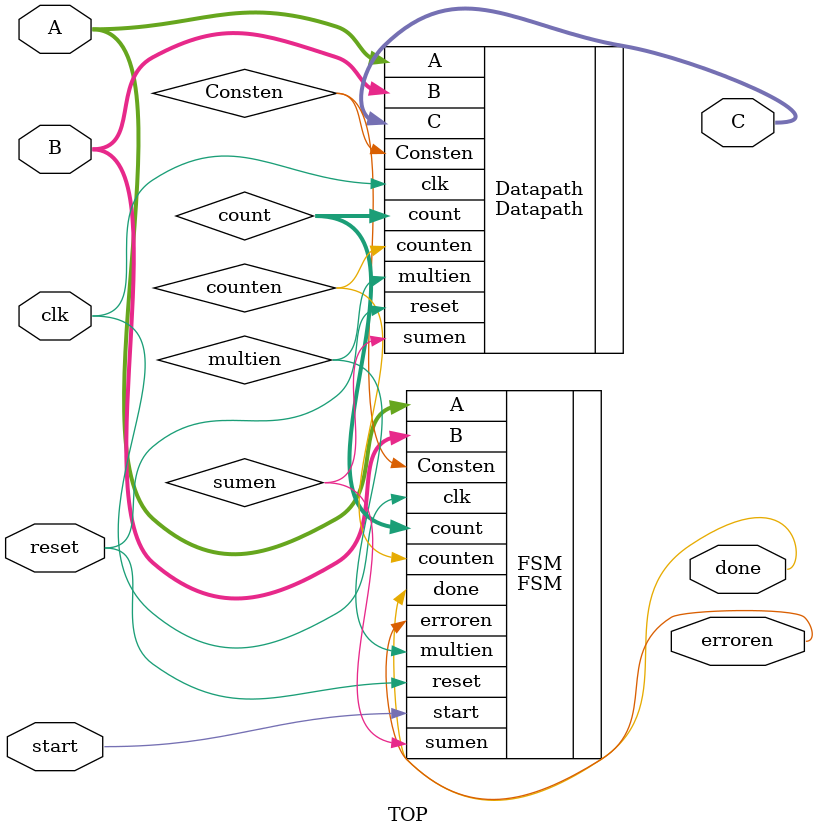
<source format=v>
`timescale 1ns / 1ps


module TOP(A,B,done, start,reset,clk,C, erroren);

input [3:0] A; //input
input[3:0] B;  // input
output [15:0] C; // output
output erroren; // mensaje de error

wire [15:0]C;
output done;
input reset, start,clk; 
wire multien,sumen,Consten,counten, erroren; // enablers
wire [3:0] count;

FSM FSM(.clk(clk), .reset(reset), .done(done), .start(start), .multien(multien), .sumen(sumen), .Consten(Consten),
.A(A),.B(B), .count(count), .counten(counten),.erroren(erroren)); // FSM

Datapath Datapath(.multien(multien), .sumen(sumen), .Consten(Consten), // Datapath
.A(A),.B(B), .count(count), .counten(counten), .C(C), .clk(clk), .reset(reset));
endmodule

</source>
